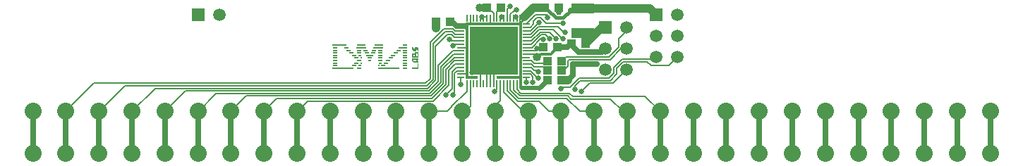
<source format=gbr>
G04 DipTrace 3.0.0.2*
G04 Top.gbr*
%MOIN*%
G04 #@! TF.FileFunction,Copper,L1,Top*
G04 #@! TF.Part,Single*
%AMOUTLINE0*
4,1,15,
-0.083,-0.126,
-0.076,-0.126,
-0.076,-0.13278,
-0.13278,-0.13278,
-0.13278,0.13278,
0.13278,0.13278,
0.13278,-0.13278,
0.012,-0.13278,
0.012,-0.120199,
0.120199,-0.120199,
0.120199,0.120199,
-0.120199,0.120199,
-0.120199,-0.120199,
-0.076,-0.120199,
-0.076,-0.126,
-0.083,-0.126,
0*%
%AMOUTLINE3*
4,1,6,
0.015,-0.012,
0.015,0.012,
0.009,0.012,
0.009,-0.006,
-0.015,-0.006,
-0.015,-0.012,
0.015,-0.012,
0*%
%AMOUTLINE6*
4,1,14,
0.015,-0.009,
0.015,-0.003,
-0.009,-0.003,
-0.009,0.003,
0.003,0.003,
0.003,-0.003,
0.009,-0.003,
0.009,0.003,
0.015,0.003,
0.015,0.009,
-0.015,0.009,
-0.015,-0.003,
-0.009,-0.009,
-0.003,-0.009,
0.015,-0.009,
0*%
%AMOUTLINE9*
4,1,18,
0.015,-0.012,
0.015,0.012,
-0.003,0.012,
-0.003,0.006,
-0.015,0.006,
-0.015,-0.012,
-0.009,-0.012,
-0.009,0.0,
-0.003,0.0,
-0.003,-0.006,
-0.009,-0.006,
-0.009,-0.012,
0.003,-0.012,
0.003,0.006,
0.009,0.006,
0.009,-0.006,
0.003,-0.006,
0.003,-0.012,
0.015,-0.012,
0*%
%AMOUTLINE12*
4,1,14,
0.015,-0.009,
0.015,0.003,
0.009,0.009,
-0.003,0.009,
-0.003,-0.003,
-0.009,0.003,
-0.009,0.009,
-0.015,0.009,
-0.015,-0.003,
-0.009,-0.009,
0.003,-0.009,
0.003,0.003,
0.009,-0.003,
0.009,-0.009,
0.015,-0.009,
0*%
G04 #@! TA.AperFunction,Conductor*
%ADD13C,0.008*%
%ADD14C,0.007874*%
G04 #@! TA.AperFunction,ViaPad*
%ADD15C,0.025*%
G04 #@! TA.AperFunction,Conductor*
%ADD16C,0.03937*%
G04 #@! TA.AperFunction,ViaPad*
%ADD17C,0.04*%
G04 #@! TA.AperFunction,Conductor*
%ADD18C,0.01*%
%ADD19C,0.015*%
%ADD20C,0.006*%
%ADD21C,0.022*%
%ADD22C,0.021*%
%ADD23C,0.012*%
%ADD24C,0.028*%
G04 #@! TA.AperFunction,ComponentPad*
%ADD25C,0.08*%
%ADD28R,0.007874X0.033465*%
%ADD29R,0.033465X0.007874*%
%ADD30R,0.228346X0.228346*%
%ADD31R,0.043307X0.03937*%
%ADD32R,0.106299X0.045276*%
G04 #@! TA.AperFunction,ComponentPad*
%ADD33R,0.059055X0.059055*%
%ADD34C,0.059055*%
%ADD35R,0.102X0.006*%
%ADD36R,0.024X0.006*%
%ADD37R,0.066X0.006*%
%ADD38R,0.048X0.006*%
%ADD39R,0.042X0.006*%
%ADD40R,0.036X0.006*%
%ADD41R,0.018X0.006*%
%ADD42R,0.006X0.006*%
G04 #@! TA.AperFunction,ViaPad*
%ADD45C,0.03*%
%ADD87OUTLINE0*%
%ADD90OUTLINE3*%
%ADD93OUTLINE6*%
%ADD96OUTLINE9*%
%ADD99OUTLINE12*%
%FSLAX26Y26*%
G04*
G70*
G90*
G75*
G01*
G04 Top*
%LPD*%
X2534189Y978420D2*
D13*
X2563701D1*
Y852436D1*
D14*
X2562701D1*
X2534189D1*
Y1088656D2*
D13*
X2563701D1*
Y1072908D1*
D14*
X2534189D1*
X2579465Y1118184D2*
D13*
Y1089672D1*
X2563701Y1088656D1*
X2673953Y1118184D2*
Y1089672D1*
X2579465D1*
X2815685Y1118184D2*
Y1096150D1*
Y1089672D1*
X2673953D1*
X2845213Y931176D2*
X2825138D1*
X2815685D1*
D14*
Y831918D1*
Y807160D1*
X2483630Y1099672D2*
D15*
X2495701D1*
X2514701Y1080672D1*
X2555701D1*
D13*
Y1070672D1*
X2563701Y1062672D1*
Y982672D1*
X2559449Y978420D1*
X2534189D1*
Y1088656D2*
X2494646D1*
X2483630Y1099672D1*
X2534189Y1072908D2*
X2510394D1*
X2483630Y1099672D1*
X2929701Y1166672D2*
D16*
X2876701D1*
D17*
X2832701Y1122672D1*
D13*
X2820173D1*
D14*
X2815685Y1118184D1*
X2832701Y1122672D2*
D13*
Y1113166D1*
D18*
X2815685Y1096150D1*
X2929701Y1166672D2*
D15*
X2909701D1*
D19*
X2898701Y1155672D1*
X2945701D1*
X2982701Y1118672D1*
X3018701D1*
X3053701Y1153672D1*
D15*
X3101591D1*
X3111701Y1163782D1*
X2606701Y836672D2*
D13*
X2565701D1*
X2562701Y839672D1*
Y852436D1*
X3111701Y1163782D2*
D17*
X3426591D1*
X3457701Y1132672D1*
X2815685Y1118184D2*
D20*
Y940629D1*
X2825138Y931176D1*
X2942701Y822672D2*
D21*
X2905701Y785672D1*
D22*
X2821701D1*
D14*
Y807160D1*
X2815685D1*
X2821701D2*
D20*
Y825902D1*
X2815685Y831918D1*
X2534189Y1009916D2*
D13*
X2480701D1*
Y1016672D1*
X2895701Y972672D2*
D14*
Y962672D1*
X2845213D1*
X2924772Y978672D2*
D13*
Y973672D1*
X2895701D1*
Y972672D1*
X2658205Y807160D2*
Y931176D1*
X2689701Y962672D1*
X2673953Y807160D2*
Y946924D1*
X2689701Y962672D1*
Y807160D2*
Y937672D1*
X2691701Y939672D1*
X2626709Y807160D2*
Y899680D1*
X2689701Y962672D1*
X2588701Y861672D2*
X2613701D1*
X2691701Y939672D1*
X2845213Y946924D2*
X2884701D1*
Y931672D1*
X2895701D1*
X2894701Y932672D1*
X2728701Y1122672D2*
X2725685D1*
D14*
X2721197Y1118184D1*
X2728701Y1122672D2*
D13*
X2732457D1*
D14*
X2736945Y1118184D1*
X2634701Y1122672D2*
D13*
X2631197D1*
D14*
X2626709Y1118184D1*
X2634701Y1122672D2*
D13*
X2637969D1*
D14*
X2642457Y1118184D1*
X2784189D2*
X2788213D1*
D13*
X2792701Y1122672D1*
X2795449D1*
D14*
X2799937Y1118184D1*
X2534189Y994168D2*
D13*
X2497701D1*
Y985672D1*
X2691701Y1023672D2*
Y939672D1*
X2625701Y1165672D2*
X2656701D1*
X2689701Y1118184D2*
D14*
Y1139672D1*
D13*
X2679701Y1149672D1*
X2672701D1*
X2656701Y1165672D1*
X2634701Y1122672D2*
X2653717D1*
D14*
X2658205Y1118184D1*
X2416701Y1099672D2*
D16*
Y1070672D1*
X2996630Y1166672D2*
D15*
Y1147672D1*
X2894701Y932672D2*
D23*
X2901701D1*
X2915701Y946672D1*
X2959701D1*
X2991701Y978672D1*
D15*
X3038701D1*
X3056701Y996672D1*
X3050701D1*
D24*
X3090701Y956672D1*
X3201701D1*
D15*
X3217701Y972672D1*
X3009630Y822672D2*
D16*
X3040701D1*
X3177701Y899672D2*
D15*
X3063701D1*
Y845672D1*
X3040701Y822672D1*
X512701Y475701D2*
Y675701D1*
X2705449Y1118184D2*
D13*
Y1147491D1*
X2723630Y1165672D1*
X2845213Y899680D2*
D20*
X2867693D1*
X2881701Y885672D1*
X2925772D1*
X2942772Y868672D1*
X2845213Y915428D2*
X2868945D1*
X2880701Y903672D1*
X2932772D1*
X2943772Y914672D1*
X3317701Y1072672D2*
Y1057672D1*
X3279701Y1019672D1*
Y979672D1*
X3233701Y933672D1*
X3029701D1*
X3010701Y914672D1*
X3317701Y972672D2*
X3290701D1*
X3239701Y921672D1*
X3047701D1*
X3041701Y915672D1*
Y890672D1*
X3026701Y875672D1*
X3016701D1*
X3009701Y868672D1*
X2866441Y883932D2*
X2845213D1*
X2866441D2*
X2880701Y869672D1*
X2895701D1*
X2901701Y863672D1*
X3006701Y783672D2*
Y791672D1*
X3051701D1*
X3093701Y833672D1*
X3233701D1*
X3256701Y856672D1*
Y883672D1*
X3297701Y924672D1*
X3457701D1*
Y932672D1*
X2845213Y868184D2*
X2864189D1*
X2901701Y830672D1*
Y832672D1*
X3072701Y778701D2*
Y780701D1*
X3073701D1*
Y796672D1*
X3098701Y821672D1*
X3239701D1*
X3270701Y852672D1*
Y880672D1*
X3301701Y911672D1*
X3415701D1*
X3434701Y892672D1*
X3517701D1*
X3557701Y932672D1*
X2768441Y1118184D2*
Y1136412D1*
X2782701Y1150672D1*
X2791701D1*
X2797701Y1156672D1*
X2752693Y1118184D2*
Y1137664D1*
X2754701Y1139672D1*
Y1159672D1*
X2768701Y1173672D1*
X2705449Y807160D2*
Y781420D1*
X2695701Y771672D1*
X3103701Y770701D2*
X3142672Y809672D1*
X3254701D1*
X3317701Y872672D1*
X3123630Y996672D2*
D16*
Y1033743D1*
D17*
X3111701Y1045672D1*
X3217701Y1072672D2*
X3199630D1*
X3151692Y1024734D1*
D16*
X3123630Y996672D1*
X2563717Y807160D2*
D20*
Y770717D1*
X2488701Y695701D1*
X2489701D1*
X2469701Y675701D1*
X2384701D1*
Y475701D2*
D15*
Y675701D1*
X2579465Y807160D2*
D20*
Y700436D1*
X2555215Y676187D1*
X2540701Y661672D1*
Y675701D1*
X2555215Y676187D2*
X2541187D1*
X2540701Y675701D1*
Y475701D2*
D15*
Y675701D1*
X2721197Y807160D2*
D20*
Y772176D1*
X2720701Y772672D1*
Y727701D1*
X2696701Y703701D1*
Y675701D1*
Y475701D2*
D15*
Y675701D1*
X2736945Y807160D2*
D20*
Y765457D1*
X2826701Y675701D1*
X2852701D1*
Y475701D2*
D15*
Y675701D1*
X2752693Y807160D2*
D20*
Y774680D1*
X2802672Y724701D1*
X2902701D1*
X2951701Y675701D1*
X3008701D1*
Y475701D2*
D15*
Y675701D1*
X2768441Y807160D2*
D20*
Y776932D1*
X2807672Y737701D1*
X3035701D1*
X3097701Y675701D1*
X3164701D1*
Y475701D2*
D15*
Y675701D1*
X2784189Y807160D2*
D20*
Y778184D1*
X2812672Y749701D1*
X3040701D1*
X3055701Y734701D1*
X3241701D1*
X3300701Y675701D1*
X3320701D1*
Y475701D2*
D15*
Y675701D1*
X2799937Y807160D2*
D20*
Y779436D1*
X2817672Y761701D1*
X3048701D1*
X3063701Y746701D1*
X3405701D1*
X3476701Y675701D1*
Y475701D2*
D15*
Y675701D1*
X2845213Y836688D2*
D20*
Y815184D1*
X2844701Y814672D1*
X3632701Y475701D2*
D15*
Y675701D1*
X2845213Y852436D2*
D20*
X2862937D1*
X2875701Y839672D1*
Y814672D1*
X3788701Y475701D2*
D15*
Y675701D1*
X2845213Y978420D2*
D20*
X2870449D1*
X2910701Y1018672D1*
X2922701D1*
X2923701Y1017672D1*
X3944701Y475701D2*
D15*
Y675701D1*
X2845213Y994168D2*
D20*
X2869197D1*
X2914701Y1039672D1*
X2933701D1*
X2954701Y1018672D1*
X4100701Y475701D2*
D15*
Y675701D1*
X2845213Y1009916D2*
D20*
X2867945D1*
X2909701Y1051672D1*
X2953701D1*
X2985701Y1019672D1*
Y1018672D1*
X4256701Y475701D2*
D15*
Y675701D1*
X2845213Y1025664D2*
D20*
X2866693D1*
X2904701Y1063672D1*
X2971701D1*
X3021701Y1013672D1*
Y1024672D1*
X3016701Y1019672D1*
X4412701Y475701D2*
D15*
Y675701D1*
X2845213Y1041412D2*
D20*
X2865441D1*
X2899701Y1075672D1*
X2993701D1*
X3023701Y1045672D1*
X3024701D1*
X3027701Y1048672D1*
X4568701Y475701D2*
D15*
Y675701D1*
X2845213Y1057160D2*
D20*
X2864189D1*
X2904701Y1097672D1*
X2902701D1*
X4724701Y475701D2*
D15*
Y675701D1*
X2845213Y1072908D2*
D20*
X2862937D1*
X2878701Y1088672D1*
Y1104672D1*
X2894701Y1120672D1*
X2910701D1*
X2937701Y1093672D1*
X3016701D1*
Y1092672D1*
X4880701Y475701D2*
D15*
Y675701D1*
X2845213Y1088656D2*
D20*
X2889229Y1132672D1*
X2941701D1*
X2950701Y1123672D1*
Y1118672D1*
X2943701D1*
X5036701Y475701D2*
D15*
Y675701D1*
X2534189Y836688D2*
D20*
Y806189D1*
X2532701Y804701D1*
X2228701Y475701D2*
D15*
Y675701D1*
X2534189Y868184D2*
D20*
X2516213D1*
X2505701Y857672D1*
Y762701D1*
X2496701Y753701D1*
X2072701Y475701D2*
D15*
Y675701D1*
X2534189Y883932D2*
D20*
X2512961D1*
X2492701Y863672D1*
Y782701D1*
X2463701Y753701D1*
X1916701Y475701D2*
D15*
Y675701D1*
X2534189Y899680D2*
D20*
X2508709D1*
X2478701Y869672D1*
Y800701D1*
X2402701Y724701D1*
X1809701D1*
X1760701Y675701D1*
Y475701D2*
D15*
Y675701D1*
X2534189Y915428D2*
D20*
X2505457D1*
X2464701Y874672D1*
Y803701D1*
X2397701Y736701D1*
X1665701D1*
X1604701Y675701D1*
Y475701D2*
D15*
Y675701D1*
X2534189Y931176D2*
D20*
X2504205D1*
X2451701Y878672D1*
Y807701D1*
X2392701Y748701D1*
X1519701D1*
X1448701Y677701D1*
Y675701D1*
Y475701D2*
D15*
Y675701D1*
X2534189Y946924D2*
D20*
X2500953D1*
X2439701Y885672D1*
Y812701D1*
X2387701Y760701D1*
X1378701D1*
X1292701Y674701D1*
Y675701D1*
Y475701D2*
D15*
Y675701D1*
X2534189Y962672D2*
D20*
X2496701D1*
X2427701Y893672D1*
Y817701D1*
X2382701Y772701D1*
X1233701D1*
X1136701Y675701D1*
Y475701D2*
D15*
Y675701D1*
X2534189Y1025664D2*
D20*
X2503709D1*
X2490701Y1038672D1*
X2470701D1*
X2415701Y983672D1*
Y822701D1*
X2377701Y784701D1*
X1089701D1*
X980701Y675701D1*
Y475701D2*
D15*
Y675701D1*
X2534189Y1041412D2*
D20*
X2505961D1*
X2494701Y1052672D1*
X2459701D1*
X2402701Y995672D1*
Y826701D1*
X2372701Y796701D1*
X946701D1*
X824701Y674701D1*
Y675701D1*
Y475701D2*
D15*
Y675701D1*
X2534189Y1057160D2*
D20*
X2507213D1*
X2497701Y1066672D1*
X2454701D1*
X2390701Y1002672D1*
Y831701D1*
X2367701Y808701D1*
X801701D1*
X668701Y675701D1*
Y475701D2*
D15*
Y675701D1*
X2480701Y1016672D3*
X2895701Y972672D3*
D3*
D17*
X2894701Y932672D3*
D15*
X2497701Y985672D3*
D17*
X2416701Y1070672D3*
D45*
X2996630Y1147672D3*
D17*
X3040701Y822672D3*
X2894701Y932672D3*
X2416701Y1070672D3*
D45*
X2996630Y1147672D3*
D15*
X2901701Y863672D3*
X3006701Y783672D3*
X2901701Y832672D3*
X3072701Y778701D3*
X2797701Y1156672D3*
X2768701Y1173672D3*
X2695701Y771672D3*
X3103701Y770701D3*
X2532701Y804701D3*
X2496701Y753701D3*
X2463701D3*
X2792701Y1122672D3*
X2923701Y1017672D3*
X2954701Y1018672D3*
X2985701D3*
X3016701Y1019672D3*
X3027701Y1048672D3*
X2902701Y1097672D3*
X3016701Y1092672D3*
X2943701Y1118672D3*
X2590701Y1062672D3*
X2588701Y861672D3*
X2788701Y863672D3*
Y1061672D3*
X2691701Y939672D3*
Y1023672D3*
X2634701Y1122672D3*
X2728701D3*
D17*
X2625701Y1165672D3*
D15*
X2844701Y814672D3*
X2875701D3*
D25*
X5036701Y675701D3*
X4880701D3*
X4724701D3*
X4568701D3*
X4412701D3*
X4256701D3*
X4100701D3*
X3944701D3*
X3788701D3*
X3632701D3*
X3476701D3*
X3320701D3*
X3164701D3*
X3008701D3*
X2852701D3*
X2696701D3*
X2540701D3*
X2384701D3*
X2228701D3*
X2072701D3*
X1916701D3*
X1760701D3*
X1604701D3*
X1448701D3*
X1292701D3*
X1136701D3*
X980701D3*
X824701D3*
X668701D3*
X512701D3*
X5036701Y475701D3*
X4880701D3*
X4724701D3*
X4568701D3*
X4412701D3*
X4256701D3*
X4100701D3*
X3944701D3*
X3788701D3*
X3632701D3*
X3476701D3*
X3320701D3*
X3164701D3*
X3008701D3*
X2852701D3*
X2696701D3*
X2540701D3*
X2384701D3*
X2228701D3*
X2072701D3*
X1916701D3*
X1760701D3*
X1604701D3*
X1448701D3*
X1292701D3*
X1136701D3*
X980701D3*
X824701D3*
X668701D3*
X512701D3*
D28*
X2563717Y807160D3*
X2579465D3*
X2595213D3*
X2610961D3*
X2626709D3*
X2642457D3*
X2658205D3*
X2673953D3*
X2689701D3*
X2705449D3*
X2721197D3*
X2736945D3*
X2752693D3*
X2768441D3*
X2784189D3*
X2799937D3*
X2815685D3*
D29*
X2845213Y836688D3*
Y852436D3*
Y868184D3*
Y883932D3*
Y899680D3*
Y915428D3*
Y931176D3*
Y946924D3*
Y962672D3*
Y978420D3*
Y994168D3*
Y1009916D3*
Y1025664D3*
Y1041412D3*
Y1057160D3*
Y1072908D3*
Y1088656D3*
D28*
X2815685Y1118184D3*
X2799937D3*
X2784189D3*
X2768441D3*
X2752693D3*
X2736945D3*
X2721197D3*
X2705449D3*
X2689701D3*
X2673953D3*
X2658205D3*
X2642457D3*
X2626709D3*
X2610961D3*
X2595213D3*
X2579465D3*
X2563717D3*
D29*
X2534189Y1088656D3*
Y1072908D3*
Y1057160D3*
Y1041412D3*
Y1025664D3*
Y1009916D3*
Y994168D3*
Y978420D3*
Y962672D3*
Y946924D3*
Y931176D3*
Y915428D3*
Y899680D3*
Y883932D3*
Y868184D3*
Y852436D3*
Y836688D3*
D30*
X2689701Y962672D3*
D87*
D3*
D31*
X2656701Y1165672D3*
X2723630D3*
X2991701Y978672D3*
X2924772D3*
X3009701Y868672D3*
X2942772D3*
X3010701Y914672D3*
X2943772D3*
X2416701Y1099672D3*
X2483630D3*
X2929701Y1166672D3*
X2996630D3*
X3056701Y996672D3*
X3123630D3*
D32*
X3111701Y1045672D3*
Y1163782D3*
D33*
X3457701Y1132672D3*
D34*
X3557701D3*
X3457701Y1032672D3*
X3557701D3*
X3457701Y932672D3*
X3557701D3*
D33*
X3217701Y1072672D3*
D34*
X3317701D3*
X3217701Y972672D3*
X3317701D3*
X3217701Y872672D3*
X3317701D3*
D33*
X1295701Y1132701D3*
D34*
X1395701D3*
D31*
X2942701Y822672D3*
X3009630D3*
D35*
X1978701Y880701D3*
D36*
X1939701Y892701D3*
Y928701D3*
Y940701D3*
Y904701D3*
Y916701D3*
Y952701D3*
Y964701D3*
X2005701D3*
X2017701Y952701D3*
X1939701Y976701D3*
D37*
X1960701Y988701D3*
D36*
X2029701Y940701D3*
X2041701Y928701D3*
X2053701Y916701D3*
X2041701Y904701D3*
X2029701Y892701D3*
X2053701Y880701D3*
Y952701D3*
Y964701D3*
D38*
X2065701Y976701D3*
D39*
X2062701Y988701D3*
D36*
X2083701Y964701D3*
X2089701Y952701D3*
D40*
X2104701Y940701D3*
D36*
X2155701Y952701D3*
Y964701D3*
D39*
X2146701Y988701D3*
D38*
X2143701Y976701D3*
D36*
X2104701Y928701D3*
X2119701Y952701D3*
X2125701Y964701D3*
D41*
X2104701Y916701D3*
D36*
X2179701Y904701D3*
X2191701Y916701D3*
X2203701Y928701D3*
X2215701Y940701D3*
D35*
X2194701Y880701D3*
D36*
X2167701Y892701D3*
X2269701Y880701D3*
Y892701D3*
Y928701D3*
Y940701D3*
Y904701D3*
Y916701D3*
Y952701D3*
Y964701D3*
X2155701Y940701D3*
X2269701Y988701D3*
X2239701Y964701D3*
X2227701Y952701D3*
D39*
X2260701Y976701D3*
D36*
X2155701Y928701D3*
Y916701D3*
D41*
X2152701Y904701D3*
D42*
X2146701Y892701D3*
D36*
X1993701Y976701D3*
D42*
X2062701Y904701D3*
D41*
X2056701Y892701D3*
Y940701D3*
D42*
X2062701Y928701D3*
D90*
X2320701Y889701D3*
D93*
Y916701D3*
D96*
Y943701D3*
D99*
Y970701D3*
M02*

</source>
